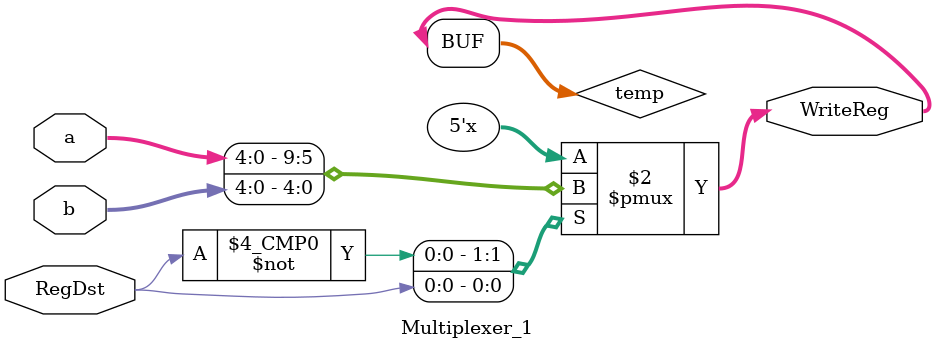
<source format=v>
`timescale 1ns / 1ps
module Multiplexer_1( input [4:0] a,
							 input [4:0] b,
							 input RegDst,
							 output [4:0] WriteReg
							 );
	reg [4:0] temp;
	always @(*) begin 
		case (RegDst)
			0: temp <= a;
			1: temp <= b;
		endcase 
	end 

	assign WriteReg = temp;

endmodule

</source>
